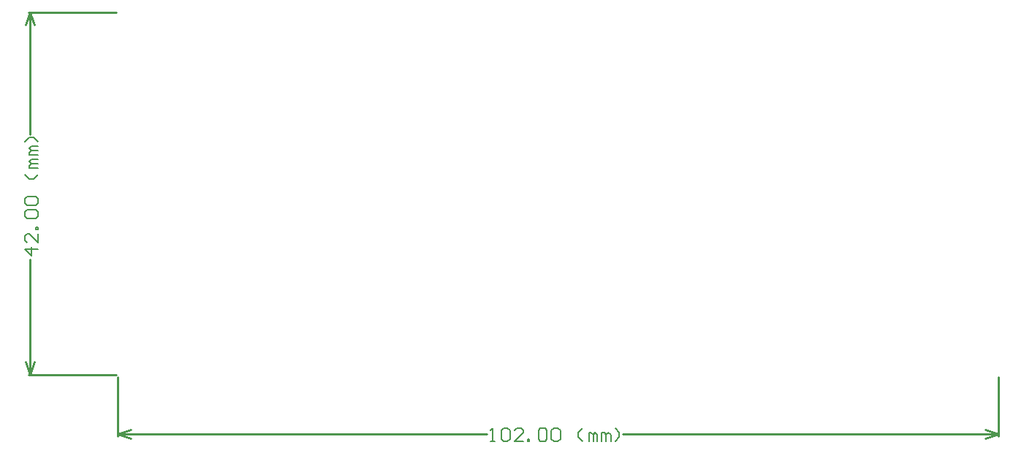
<source format=gm1>
%FSLAX42Y42*%
%MOMM*%
G71*
G01*
G75*
%ADD10C,0.50*%
%ADD11R,1.50X1.30*%
%ADD12R,1.80X1.60*%
%ADD13C,1.50*%
%ADD14R,1.50X1.50*%
%ADD15C,0.40*%
%ADD16C,0.30*%
%ADD17C,1.00*%
%ADD18C,0.25*%
%ADD19R,0.63X1.86*%
%ADD20R,0.25X0.36*%
%ADD21C,0.80*%
%ADD22C,0.20*%
%ADD23C,0.60*%
%ADD24R,1.70X1.50*%
%ADD25R,2.00X1.80*%
%ADD26C,1.70*%
%ADD27R,1.70X1.70*%
%ADD28C,0.00*%
%ADD29C,0.15*%
D18*
X10200Y-4911D02*
Y-4225D01*
X0Y-4911D02*
Y-4225D01*
X5849Y-4886D02*
X10200D01*
X0D02*
X4270D01*
X10048Y-4835D02*
X10200Y-4886D01*
X10048Y-4937D02*
X10200Y-4886D01*
X0D02*
X152Y-4937D01*
X0Y-4886D02*
X152Y-4835D01*
X-1041Y0D02*
X-25D01*
X-1041Y-4200D02*
X-25D01*
X-1016Y-1414D02*
Y0D01*
Y-4200D02*
Y-2867D01*
X-1067Y-152D02*
X-1016Y0D01*
X-965Y-152D01*
X-1016Y-4200D02*
X-965Y-4048D01*
X-1067D02*
X-1016Y-4200D01*
D29*
X4310Y-4977D02*
X4361D01*
X4336D01*
Y-4825D01*
X4310Y-4850D01*
X4437D02*
X4463Y-4825D01*
X4513D01*
X4539Y-4850D01*
Y-4952D01*
X4513Y-4977D01*
X4463D01*
X4437Y-4952D01*
Y-4850D01*
X4691Y-4977D02*
X4590D01*
X4691Y-4876D01*
Y-4850D01*
X4666Y-4825D01*
X4615D01*
X4590Y-4850D01*
X4742Y-4977D02*
Y-4952D01*
X4767D01*
Y-4977D01*
X4742D01*
X4869Y-4850D02*
X4894Y-4825D01*
X4945D01*
X4970Y-4850D01*
Y-4952D01*
X4945Y-4977D01*
X4894D01*
X4869Y-4952D01*
Y-4850D01*
X5021D02*
X5047Y-4825D01*
X5097D01*
X5123Y-4850D01*
Y-4952D01*
X5097Y-4977D01*
X5047D01*
X5021Y-4952D01*
Y-4850D01*
X5377Y-4977D02*
X5326Y-4926D01*
Y-4876D01*
X5377Y-4825D01*
X5453Y-4977D02*
Y-4876D01*
X5478D01*
X5504Y-4901D01*
Y-4977D01*
Y-4901D01*
X5529Y-4876D01*
X5554Y-4901D01*
Y-4977D01*
X5605D02*
Y-4876D01*
X5631D01*
X5656Y-4901D01*
Y-4977D01*
Y-4901D01*
X5681Y-4876D01*
X5707Y-4901D01*
Y-4977D01*
X5758D02*
X5808Y-4926D01*
Y-4876D01*
X5758Y-4825D01*
X-925Y-2750D02*
X-1077D01*
X-1001Y-2826D01*
Y-2725D01*
X-925Y-2572D02*
Y-2674D01*
X-1026Y-2572D01*
X-1052D01*
X-1077Y-2598D01*
Y-2648D01*
X-1052Y-2674D01*
X-925Y-2522D02*
X-950D01*
Y-2496D01*
X-925D01*
Y-2522D01*
X-1052Y-2395D02*
X-1077Y-2369D01*
Y-2318D01*
X-1052Y-2293D01*
X-950D01*
X-925Y-2318D01*
Y-2369D01*
X-950Y-2395D01*
X-1052D01*
Y-2242D02*
X-1077Y-2217D01*
Y-2166D01*
X-1052Y-2141D01*
X-950D01*
X-925Y-2166D01*
Y-2217D01*
X-950Y-2242D01*
X-1052D01*
X-925Y-1887D02*
X-975Y-1938D01*
X-1026D01*
X-1077Y-1887D01*
X-925Y-1811D02*
X-1026D01*
Y-1785D01*
X-1001Y-1760D01*
X-925D01*
X-1001D01*
X-1026Y-1734D01*
X-1001Y-1709D01*
X-925D01*
Y-1658D02*
X-1026D01*
Y-1633D01*
X-1001Y-1607D01*
X-925D01*
X-1001D01*
X-1026Y-1582D01*
X-1001Y-1557D01*
X-925D01*
Y-1506D02*
X-975Y-1455D01*
X-1026D01*
X-1077Y-1506D01*
M02*

</source>
